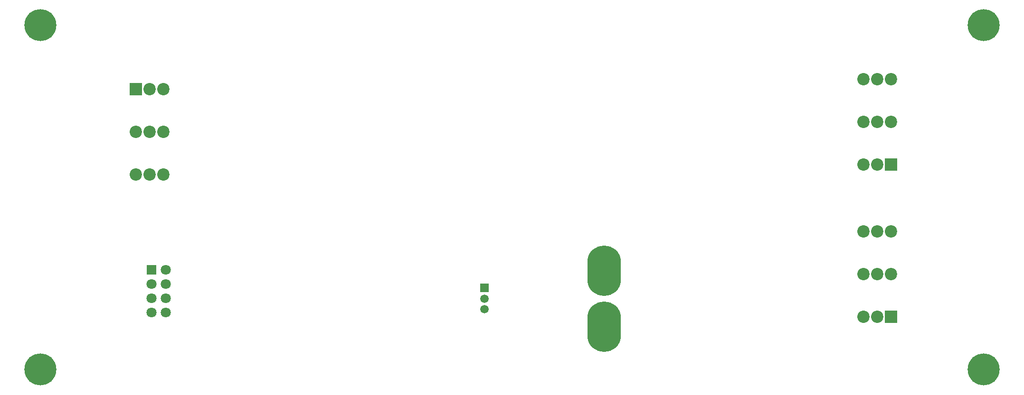
<source format=gbs>
%TF.GenerationSoftware,KiCad,Pcbnew,(5.1.8)-1*%
%TF.CreationDate,2021-03-15T08:23:40+01:00*%
%TF.ProjectId,MeasCard,4d656173-4361-4726-942e-6b696361645f,rev?*%
%TF.SameCoordinates,Original*%
%TF.FileFunction,Soldermask,Bot*%
%TF.FilePolarity,Negative*%
%FSLAX46Y46*%
G04 Gerber Fmt 4.6, Leading zero omitted, Abs format (unit mm)*
G04 Created by KiCad (PCBNEW (5.1.8)-1) date 2021-03-15 08:23:40*
%MOMM*%
%LPD*%
G01*
G04 APERTURE LIST*
%ADD10C,2.200000*%
%ADD11R,2.200000X2.200000*%
%ADD12C,5.700000*%
%ADD13O,6.000000X9.000000*%
%ADD14R,1.500000X1.500000*%
%ADD15C,1.500000*%
%ADD16C,0.800000*%
%ADD17C,1.800000*%
%ADD18R,1.800000X1.800000*%
G04 APERTURE END LIST*
D10*
%TO.C,J4*%
X72952000Y-83820000D03*
X70512000Y-83820000D03*
X68072000Y-83820000D03*
X72952000Y-76200000D03*
X70512000Y-76200000D03*
X68072000Y-76200000D03*
X72952000Y-68580000D03*
X70512000Y-68580000D03*
D11*
X68072000Y-68580000D03*
%TD*%
D10*
%TO.C,J2*%
X197812000Y-93980000D03*
X200252000Y-93980000D03*
X202692000Y-93980000D03*
X197812000Y-101600000D03*
X200252000Y-101600000D03*
X202692000Y-101600000D03*
X197812000Y-109220000D03*
X200252000Y-109220000D03*
D11*
X202692000Y-109220000D03*
%TD*%
D10*
%TO.C,J1*%
X197812000Y-66802000D03*
X200252000Y-66802000D03*
X202692000Y-66802000D03*
X197812000Y-74422000D03*
X200252000Y-74422000D03*
X202692000Y-74422000D03*
X197812000Y-82042000D03*
X200252000Y-82042000D03*
D11*
X202692000Y-82042000D03*
%TD*%
D12*
%TO.C,H4*%
X219202000Y-118618000D03*
%TD*%
%TO.C,H3*%
X51054000Y-57150000D03*
%TD*%
%TO.C,H2*%
X219202000Y-57150000D03*
%TD*%
%TO.C,H1*%
X51054000Y-118618000D03*
%TD*%
D13*
%TO.C,U1*%
X151575000Y-100923000D03*
X151575000Y-110923000D03*
D14*
X130175000Y-104013000D03*
D15*
X130175000Y-107833000D03*
X130175000Y-105923000D03*
G36*
G01*
X152567523Y-104703953D02*
X152567523Y-104703953D01*
G75*
G02*
X152374047Y-105235523I-362523J-169047D01*
G01*
X152374047Y-105235523D01*
G75*
G02*
X151842477Y-105042047I-169047J362523D01*
G01*
X151842477Y-105042047D01*
G75*
G02*
X152035953Y-104510477I362523J169047D01*
G01*
X152035953Y-104510477D01*
G75*
G02*
X152567523Y-104703953I169047J-362523D01*
G01*
G37*
G36*
G01*
X150582477Y-104703953D02*
X150582477Y-104703953D01*
G75*
G02*
X151114047Y-104510477I362523J-169047D01*
G01*
X151114047Y-104510477D01*
G75*
G02*
X151307523Y-105042047I-169047J-362523D01*
G01*
X151307523Y-105042047D01*
G75*
G02*
X150775953Y-105235523I-362523J169047D01*
G01*
X150775953Y-105235523D01*
G75*
G02*
X150582477Y-104703953I169047J362523D01*
G01*
G37*
D16*
X149915000Y-104123000D03*
X153235000Y-104123000D03*
X152205000Y-96973000D03*
X150945000Y-96973000D03*
X149915000Y-97723000D03*
X153235000Y-97723000D03*
X149525000Y-101593000D03*
X149525000Y-100253000D03*
X149525000Y-102923000D03*
X149525000Y-98923000D03*
X153625000Y-101593000D03*
X153625000Y-100253000D03*
X153625000Y-98923000D03*
X153625000Y-102923000D03*
X149915000Y-107723000D03*
X153235000Y-107723000D03*
G36*
G01*
X151307523Y-106803953D02*
X151307523Y-106803953D01*
G75*
G02*
X151114047Y-107335523I-362523J-169047D01*
G01*
X151114047Y-107335523D01*
G75*
G02*
X150582477Y-107142047I-169047J362523D01*
G01*
X150582477Y-107142047D01*
G75*
G02*
X150775953Y-106610477I362523J169047D01*
G01*
X150775953Y-106610477D01*
G75*
G02*
X151307523Y-106803953I169047J-362523D01*
G01*
G37*
G36*
G01*
X151842477Y-106803953D02*
X151842477Y-106803953D01*
G75*
G02*
X152374047Y-106610477I362523J-169047D01*
G01*
X152374047Y-106610477D01*
G75*
G02*
X152567523Y-107142047I-169047J-362523D01*
G01*
X152567523Y-107142047D01*
G75*
G02*
X152035953Y-107335523I-362523J169047D01*
G01*
X152035953Y-107335523D01*
G75*
G02*
X151842477Y-106803953I169047J362523D01*
G01*
G37*
X149915000Y-114123000D03*
X153235000Y-114123000D03*
X152205000Y-114873000D03*
X149525000Y-112923000D03*
X149525000Y-111593000D03*
X149525000Y-110253000D03*
X149525000Y-108923000D03*
X153625000Y-112923000D03*
X153625000Y-111593000D03*
X153625000Y-110253000D03*
X153625000Y-108923000D03*
X150945000Y-114873000D03*
%TD*%
D17*
%TO.C,J3*%
X73406000Y-108458000D03*
X70866000Y-108458000D03*
X73406000Y-105918000D03*
X70866000Y-105918000D03*
X73406000Y-103378000D03*
X70866000Y-103378000D03*
X73406000Y-100838000D03*
D18*
X70866000Y-100838000D03*
%TD*%
M02*

</source>
